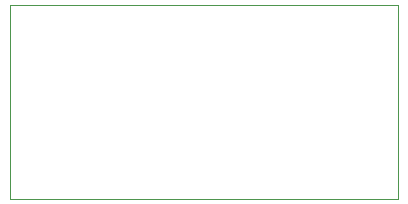
<source format=gbr>
G04 #@! TF.FileFunction,Profile,NP*
%FSLAX46Y46*%
G04 Gerber Fmt 4.6, Leading zero omitted, Abs format (unit mm)*
G04 Created by KiCad (PCBNEW (2015-01-16 BZR 5376)-product) date 4/3/2015 6:07:08 PM*
%MOMM*%
G01*
G04 APERTURE LIST*
%ADD10C,0.100000*%
G04 APERTURE END LIST*
D10*
X170000000Y-109397800D02*
X170000000Y-93000000D01*
X202844400Y-109397800D02*
X170000000Y-109397800D01*
X202844400Y-93000000D02*
X202844400Y-109397800D01*
X170000000Y-93000000D02*
X202844400Y-93000000D01*
M02*

</source>
